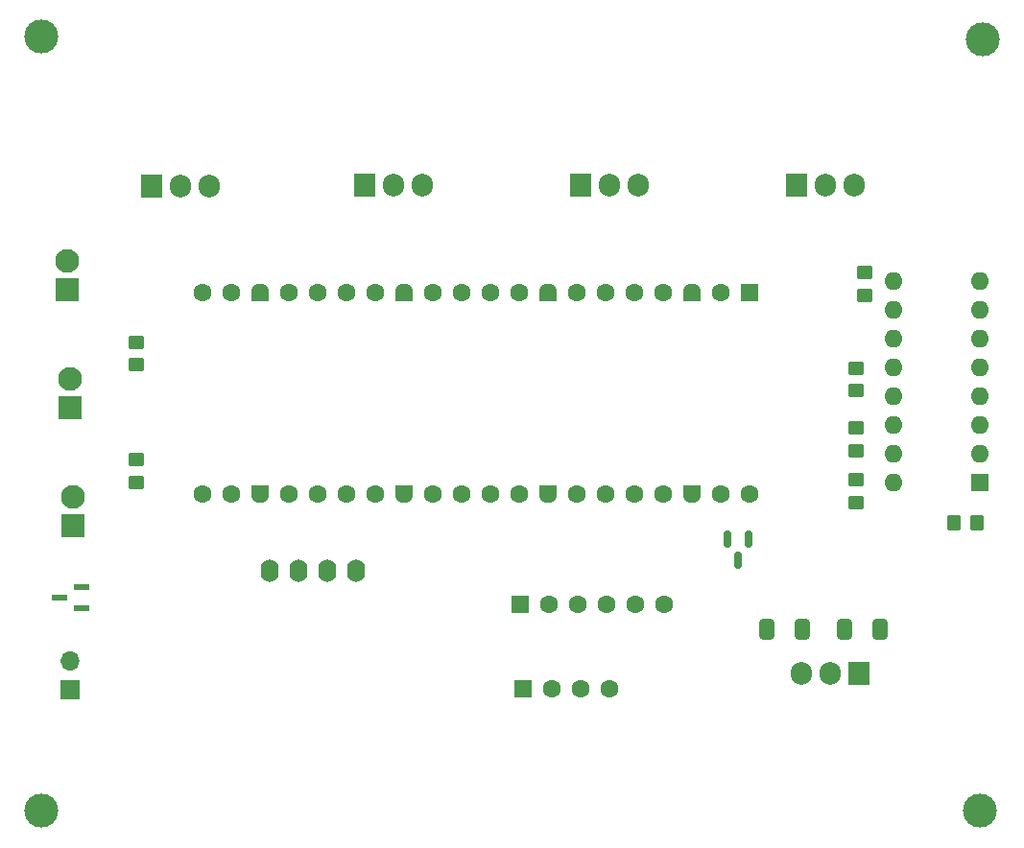
<source format=gbr>
%TF.GenerationSoftware,KiCad,Pcbnew,7.0.10*%
%TF.CreationDate,2024-03-26T13:20:44+05:30*%
%TF.ProjectId,PocketPCR,506f636b-6574-4504-9352-2e6b69636164,rev?*%
%TF.SameCoordinates,Original*%
%TF.FileFunction,Soldermask,Top*%
%TF.FilePolarity,Negative*%
%FSLAX46Y46*%
G04 Gerber Fmt 4.6, Leading zero omitted, Abs format (unit mm)*
G04 Created by KiCad (PCBNEW 7.0.10) date 2024-03-26 13:20:44*
%MOMM*%
%LPD*%
G01*
G04 APERTURE LIST*
G04 Aperture macros list*
%AMRoundRect*
0 Rectangle with rounded corners*
0 $1 Rounding radius*
0 $2 $3 $4 $5 $6 $7 $8 $9 X,Y pos of 4 corners*
0 Add a 4 corners polygon primitive as box body*
4,1,4,$2,$3,$4,$5,$6,$7,$8,$9,$2,$3,0*
0 Add four circle primitives for the rounded corners*
1,1,$1+$1,$2,$3*
1,1,$1+$1,$4,$5*
1,1,$1+$1,$6,$7*
1,1,$1+$1,$8,$9*
0 Add four rect primitives between the rounded corners*
20,1,$1+$1,$2,$3,$4,$5,0*
20,1,$1+$1,$4,$5,$6,$7,0*
20,1,$1+$1,$6,$7,$8,$9,0*
20,1,$1+$1,$8,$9,$2,$3,0*%
%AMFreePoly0*
4,1,28,0.605014,0.794986,0.644504,0.794986,0.724698,0.756366,0.780194,0.686777,0.800000,0.600000,0.800000,-0.600000,0.780194,-0.686777,0.724698,-0.756366,0.644504,-0.794986,0.605014,-0.794986,0.600000,-0.800000,0.000000,-0.800000,-0.178017,-0.779942,-0.347107,-0.720775,-0.498792,-0.625465,-0.625465,-0.498792,-0.720775,-0.347107,-0.779942,-0.178017,-0.800000,0.000000,-0.779942,0.178017,
-0.720775,0.347107,-0.625465,0.498792,-0.498792,0.625465,-0.347107,0.720775,-0.178017,0.779942,0.000000,0.800000,0.600000,0.800000,0.605014,0.794986,0.605014,0.794986,$1*%
%AMFreePoly1*
4,1,28,0.178017,0.779942,0.347107,0.720775,0.498792,0.625465,0.625465,0.498792,0.720775,0.347107,0.779942,0.178017,0.800000,0.000000,0.779942,-0.178017,0.720775,-0.347107,0.625465,-0.498792,0.498792,-0.625465,0.347107,-0.720775,0.178017,-0.779942,0.000000,-0.800000,-0.600000,-0.800000,-0.605014,-0.794986,-0.644504,-0.794986,-0.724698,-0.756366,-0.780194,-0.686777,-0.800000,-0.600000,
-0.800000,0.600000,-0.780194,0.686777,-0.724698,0.756366,-0.644504,0.794986,-0.605014,0.794986,-0.600000,0.800000,0.000000,0.800000,0.178017,0.779942,0.178017,0.779942,$1*%
G04 Aperture macros list end*
%ADD10C,3.000000*%
%ADD11RoundRect,0.250000X-0.350000X-0.450000X0.350000X-0.450000X0.350000X0.450000X-0.350000X0.450000X0*%
%ADD12RoundRect,0.250000X-0.450000X0.350000X-0.450000X-0.350000X0.450000X-0.350000X0.450000X0.350000X0*%
%ADD13RoundRect,0.150000X-0.150000X0.587500X-0.150000X-0.587500X0.150000X-0.587500X0.150000X0.587500X0*%
%ADD14R,1.600000X1.600000*%
%ADD15O,1.600000X1.600000*%
%ADD16R,1.905000X2.000000*%
%ADD17O,1.905000X2.000000*%
%ADD18R,2.100000X2.100000*%
%ADD19C,2.100000*%
%ADD20RoundRect,0.250000X-0.412500X-0.650000X0.412500X-0.650000X0.412500X0.650000X-0.412500X0.650000X0*%
%ADD21O,1.600000X2.000000*%
%ADD22R,1.422400X0.558800*%
%ADD23RoundRect,0.250000X0.412500X0.650000X-0.412500X0.650000X-0.412500X-0.650000X0.412500X-0.650000X0*%
%ADD24C,1.600000*%
%ADD25R,1.700000X1.700000*%
%ADD26O,1.700000X1.700000*%
%ADD27RoundRect,0.250000X0.450000X-0.350000X0.450000X0.350000X-0.450000X0.350000X-0.450000X-0.350000X0*%
%ADD28RoundRect,0.200000X-0.600000X0.600000X-0.600000X-0.600000X0.600000X-0.600000X0.600000X0.600000X0*%
%ADD29FreePoly0,270.000000*%
%ADD30FreePoly1,270.000000*%
G04 APERTURE END LIST*
D10*
%TO.C,H3*%
X86360000Y-54610000D03*
%TD*%
D11*
%TO.C,R1*%
X166904000Y-97551000D03*
X168904000Y-97551000D03*
%TD*%
D12*
%TO.C,R2*%
X159004000Y-75454000D03*
X159004000Y-77454000D03*
%TD*%
D13*
%TO.C,Q5*%
X148778000Y-98963000D03*
X146878000Y-98963000D03*
X147828000Y-100838000D03*
%TD*%
D14*
%TO.C,U5*%
X169164000Y-93980000D03*
D15*
X169164000Y-91440000D03*
X169164000Y-88900000D03*
X169164000Y-86360000D03*
X169164000Y-83820000D03*
X169164000Y-81280000D03*
X169164000Y-78740000D03*
X169164000Y-76200000D03*
X161544000Y-76200000D03*
X161544000Y-78740000D03*
X161544000Y-81280000D03*
X161544000Y-83820000D03*
X161544000Y-86360000D03*
X161544000Y-88900000D03*
X161544000Y-91440000D03*
X161544000Y-93980000D03*
%TD*%
D16*
%TO.C,Q4*%
X96052000Y-67776000D03*
D17*
X98592000Y-67776000D03*
X101132000Y-67776000D03*
%TD*%
D18*
%TO.C,J4*%
X88646000Y-76962000D03*
D19*
X88646000Y-74422000D03*
%TD*%
D18*
%TO.C,J1*%
X89154000Y-97790000D03*
D19*
X89154000Y-95250000D03*
%TD*%
D10*
%TO.C,H4*%
X86360000Y-122936000D03*
%TD*%
D12*
%TO.C,R3*%
X158242000Y-89170000D03*
X158242000Y-91170000D03*
%TD*%
D10*
%TO.C,H1*%
X169418000Y-54864000D03*
%TD*%
D20*
%TO.C,C2*%
X150329500Y-106934000D03*
X153454500Y-106934000D03*
%TD*%
D21*
%TO.C,U4*%
X106486000Y-101709000D03*
X109026000Y-101709000D03*
X111566000Y-101709000D03*
X114106000Y-101709000D03*
%TD*%
D22*
%TO.C,U1*%
X89865200Y-105092500D03*
X89865200Y-103187500D03*
X87934800Y-104140000D03*
%TD*%
D12*
%TO.C,R6*%
X94742000Y-91948000D03*
X94742000Y-93948000D03*
%TD*%
D23*
%TO.C,C1*%
X160312500Y-106934000D03*
X157187500Y-106934000D03*
%TD*%
D10*
%TO.C,H2*%
X169164000Y-122936000D03*
%TD*%
D14*
%TO.C,J5*%
X128840500Y-112180500D03*
D24*
X131380500Y-112180500D03*
X133920500Y-112180500D03*
X136460500Y-112180500D03*
%TD*%
D16*
%TO.C,Q1*%
X152948000Y-67751000D03*
D17*
X155488000Y-67751000D03*
X158028000Y-67751000D03*
%TD*%
D25*
%TO.C,J3*%
X88900000Y-112273000D03*
D26*
X88900000Y-109733000D03*
%TD*%
D14*
%TO.C,HC-1*%
X128571500Y-104686500D03*
D24*
X131101500Y-104686500D03*
X133651500Y-104686500D03*
X136191500Y-104686500D03*
X138731500Y-104686500D03*
X141271500Y-104686500D03*
%TD*%
D27*
%TO.C,R4*%
X158242000Y-95742000D03*
X158242000Y-93742000D03*
%TD*%
D16*
%TO.C,Q3*%
X133898000Y-67751000D03*
D17*
X136438000Y-67751000D03*
X138978000Y-67751000D03*
%TD*%
D16*
%TO.C,Q2*%
X114848000Y-67751000D03*
D17*
X117388000Y-67751000D03*
X119928000Y-67751000D03*
%TD*%
D12*
%TO.C,R7*%
X94742000Y-81566000D03*
X94742000Y-83566000D03*
%TD*%
D16*
%TO.C,U3*%
X158456000Y-110793500D03*
D17*
X155916000Y-110793500D03*
X153376000Y-110793500D03*
%TD*%
D28*
%TO.C,U2*%
X148844000Y-77216000D03*
D24*
X146304000Y-77216000D03*
D29*
X143764000Y-77216000D03*
D24*
X141224000Y-77216000D03*
X138684000Y-77216000D03*
X136144000Y-77216000D03*
X133604000Y-77216000D03*
D29*
X131064000Y-77216000D03*
D24*
X128524000Y-77216000D03*
X125984000Y-77216000D03*
X123444000Y-77216000D03*
X120904000Y-77216000D03*
D29*
X118364000Y-77216000D03*
D24*
X115824000Y-77216000D03*
X113284000Y-77216000D03*
X110744000Y-77216000D03*
X108204000Y-77216000D03*
D29*
X105664000Y-77216000D03*
D24*
X103124000Y-77216000D03*
X100584000Y-77216000D03*
X100584000Y-94996000D03*
X103124000Y-94996000D03*
D30*
X105664000Y-94996000D03*
D24*
X108204000Y-94996000D03*
X110744000Y-94996000D03*
X113284000Y-94996000D03*
X115824000Y-94996000D03*
D30*
X118364000Y-94996000D03*
D24*
X120904000Y-94996000D03*
X123444000Y-94996000D03*
X125984000Y-94996000D03*
X128524000Y-94996000D03*
D30*
X131064000Y-94996000D03*
D24*
X133604000Y-94996000D03*
X136144000Y-94996000D03*
X138684000Y-94996000D03*
X141224000Y-94996000D03*
D30*
X143764000Y-94996000D03*
D24*
X146304000Y-94996000D03*
X148844000Y-94996000D03*
%TD*%
D27*
%TO.C,R5*%
X158252000Y-85851000D03*
X158252000Y-83851000D03*
%TD*%
D18*
%TO.C,J2*%
X88900000Y-87376000D03*
D19*
X88900000Y-84836000D03*
%TD*%
M02*

</source>
